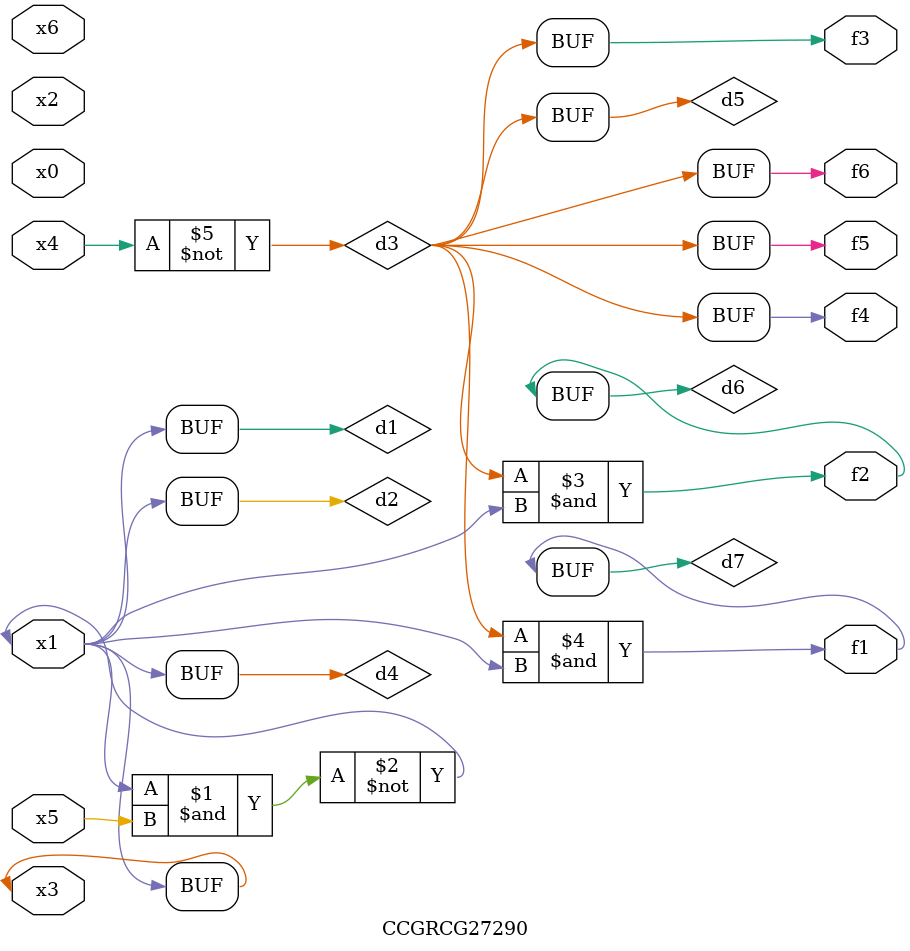
<source format=v>
module CCGRCG27290(
	input x0, x1, x2, x3, x4, x5, x6,
	output f1, f2, f3, f4, f5, f6
);

	wire d1, d2, d3, d4, d5, d6, d7;

	buf (d1, x1, x3);
	nand (d2, x1, x5);
	not (d3, x4);
	buf (d4, d1, d2);
	buf (d5, d3);
	and (d6, d3, d4);
	and (d7, d3, d4);
	assign f1 = d7;
	assign f2 = d6;
	assign f3 = d5;
	assign f4 = d5;
	assign f5 = d5;
	assign f6 = d5;
endmodule

</source>
